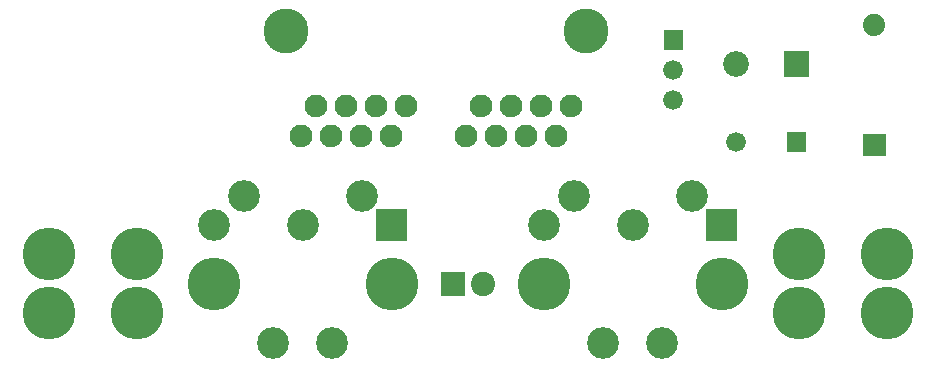
<source format=gbr>
G04 start of page 7 for group -4062 idx -4062 *
G04 Title: (unknown), soldermask *
G04 Creator: pcb 20110918 *
G04 CreationDate: Wed 29 Oct 2014 07:27:39 PM GMT UTC *
G04 For: ndholmes *
G04 Format: Gerber/RS-274X *
G04 PCB-Dimensions: 300000 125000 *
G04 PCB-Coordinate-Origin: lower left *
%MOIN*%
%FSLAX25Y25*%
%LNBOTTOMMASK*%
%ADD84C,0.0810*%
%ADD83C,0.0760*%
%ADD82C,0.1500*%
%ADD81C,0.0740*%
%ADD80C,0.0660*%
%ADD79C,0.0860*%
%ADD78C,0.0001*%
%ADD77C,0.1760*%
%ADD76C,0.1060*%
G54D76*X65450Y49200D03*
G54D77*X10250Y20000D03*
Y39700D03*
X39750Y20000D03*
Y39700D03*
X65450Y29500D03*
G54D76*X104850Y9800D03*
X85150D03*
X95000Y49200D03*
X114700Y59000D03*
X75300D03*
G54D77*X260250Y20000D03*
Y39700D03*
X289750Y20000D03*
Y39700D03*
G54D78*G36*
X255200Y107300D02*Y98700D01*
X263800D01*
Y107300D01*
X255200D01*
G37*
G54D79*X239500Y103000D03*
G54D78*G36*
X281800Y79700D02*Y72300D01*
X289200D01*
Y79700D01*
X281800D01*
G37*
G36*
X256200Y80300D02*Y73700D01*
X262800D01*
Y80300D01*
X256200D01*
G37*
G54D80*X239500Y77000D03*
G54D81*X285500Y116000D03*
G54D77*X234550Y29500D03*
G54D78*G36*
X229250Y54500D02*Y43900D01*
X239850D01*
Y54500D01*
X229250D01*
G37*
G36*
X215200Y114300D02*Y107700D01*
X221800D01*
Y114300D01*
X215200D01*
G37*
G54D82*X189500Y114000D03*
X89500D03*
G54D80*X218500Y101000D03*
Y91000D03*
G54D83*X184500Y89000D03*
X179500Y79000D03*
X174500Y89000D03*
X169500Y79000D03*
X164500Y89000D03*
X159500Y79000D03*
X154500Y89000D03*
X129500D03*
X119500D03*
X109500D03*
X99500D03*
X149500Y79000D03*
X124500D03*
X114500D03*
X104500D03*
X94500D03*
G54D78*G36*
X140950Y33550D02*Y25450D01*
X149050D01*
Y33550D01*
X140950D01*
G37*
G54D84*X155000Y29500D03*
G54D77*X124550D03*
G54D78*G36*
X119250Y54500D02*Y43900D01*
X129850D01*
Y54500D01*
X119250D01*
G37*
G54D77*X175450Y29500D03*
G54D76*X214850Y9800D03*
X195150D03*
X205000Y49200D03*
X175450D03*
X224700Y59000D03*
X185300D03*
M02*

</source>
